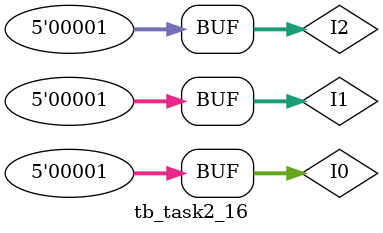
<source format=v>
`timescale 1ns / 1ps
`include "test\\task2_16.v"
module tb_task2_16;

    // task2_16 Parameters
    parameter PERIOD = 10;
    parameter WID = 5;

    // task2_16 Inputs
    reg [WID-1:0] I0 = 0;
    reg [WID-1:0] I1 = 0;
    reg [WID-1:0] I2 = 0;

    // task2_16 Outputs
    wire [WID-1:0] OUT;

    task2_16 #(
        .WID(WID)
    ) u_task2_16 (
        .I0(I0[WID-1:0]),
        .I1(I1[WID-1:0]),
        .I2(I2[WID-1:0]),
        .OUT(OUT[WID-1:0])
    );

    initial begin
        I0 = 0; I1 = 0; I2 = 0;
        #PERIOD;
        I0 = 0; I1 = 0; I2 = 1;
        #PERIOD;
        I0 = 0; I1 = 1; I2 = 0;
        #PERIOD;
        I0 = 0; I1 = 1; I2 = 1;
        #PERIOD;
        I0 = 1; I1 = 0; I2 = 0;
        #PERIOD;
        I0 = 1; I1 = 0; I2 = 1;
        #PERIOD;
        I0 = 1; I1 = 1; I2 = 0;
        #PERIOD;
        I0 = 1; I1 = 1; I2 = 1;
        #PERIOD;
    end

endmodule
</source>
